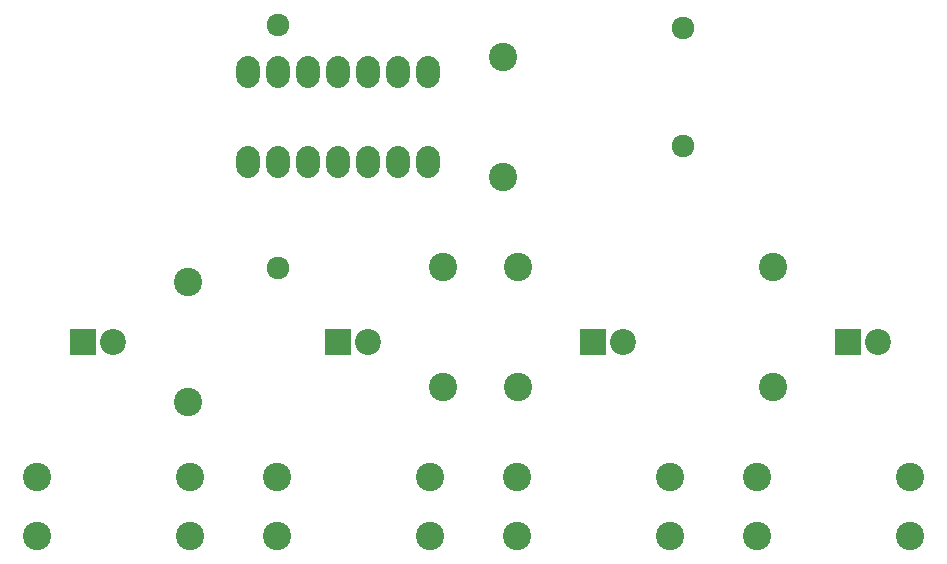
<source format=gbr>
G04 #@! TF.FileFunction,Soldermask,Top*
%FSLAX46Y46*%
G04 Gerber Fmt 4.6, Leading zero omitted, Abs format (unit mm)*
G04 Created by KiCad (PCBNEW 4.0.2-stable) date 09/07/2016 13:23:45*
%MOMM*%
G01*
G04 APERTURE LIST*
%ADD10C,0.100000*%
%ADD11C,1.924000*%
%ADD12C,2.200000*%
%ADD13R,2.200000X2.200000*%
%ADD14O,2.000000X2.700000*%
%ADD15C,2.398980*%
%ADD16C,2.400000*%
G04 APERTURE END LIST*
D10*
D11*
X125730000Y-84900000D03*
X125730000Y-105520000D03*
D12*
X111760000Y-111760000D03*
D13*
X109220000Y-111760000D03*
D12*
X133350000Y-111760000D03*
D13*
X130810000Y-111760000D03*
D12*
X154940000Y-111760000D03*
D13*
X152400000Y-111760000D03*
D12*
X176530000Y-111760000D03*
D13*
X173990000Y-111760000D03*
D14*
X123190000Y-96520000D03*
X125730000Y-96520000D03*
X128270000Y-96520000D03*
X130810000Y-96520000D03*
X133350000Y-96520000D03*
X135890000Y-96520000D03*
X138430000Y-96520000D03*
X138430000Y-88900000D03*
X135890000Y-88900000D03*
X133350000Y-88900000D03*
X130810000Y-88900000D03*
X128270000Y-88900000D03*
X125730000Y-88900000D03*
X123190000Y-88900000D03*
D15*
X118110000Y-106680000D03*
X118110000Y-116840000D03*
X139700000Y-105410000D03*
X139700000Y-115570000D03*
X146050000Y-105410000D03*
X146050000Y-115570000D03*
X167640000Y-105410000D03*
X167640000Y-115570000D03*
X144780000Y-97790000D03*
X144780000Y-87630000D03*
D11*
X160020000Y-85170000D03*
X160020000Y-95170000D03*
D16*
X118260000Y-123230000D03*
X118260000Y-128230000D03*
X105260000Y-128230000D03*
X105260000Y-123230000D03*
X138580000Y-123230000D03*
X138580000Y-128230000D03*
X125580000Y-128230000D03*
X125580000Y-123230000D03*
X158900000Y-123230000D03*
X158900000Y-128230000D03*
X145900000Y-128230000D03*
X145900000Y-123230000D03*
X179220000Y-123230000D03*
X179220000Y-128230000D03*
X166220000Y-128230000D03*
X166220000Y-123230000D03*
M02*

</source>
